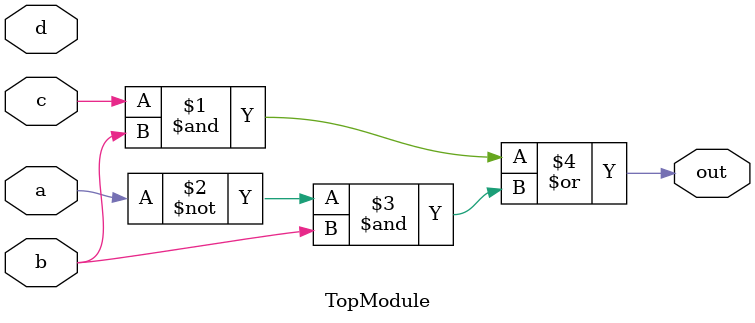
<source format=sv>
module TopModule (
    input  wire a,  // Input bit a
    input  wire b,  // Input bit b
    input  wire c,  // Input bit c
    input  wire d,  // Input bit d (don't-care in some cases)
    output wire out // Output bit out
);

    assign out = (c & b) | (~a & b);

endmodule
</source>
